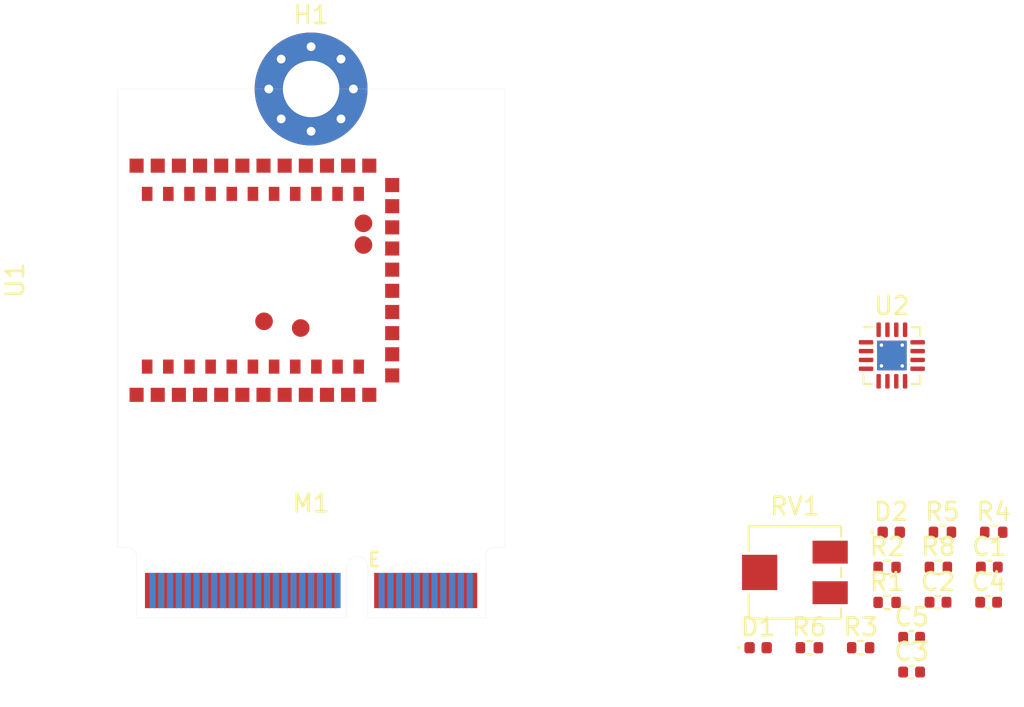
<source format=kicad_pcb>
(kicad_pcb (version 20211014) (generator pcbnew)
  (layers (0 "F.Cu" signal) (31 "B.Cu" signal) (34 "B.Paste" user) (35 "F.Paste" user) (36 "B.SilkS" user "B.Silkscreen") (37 "F.SilkS" user "F.Silkscreen") (38 "B.Mask" user) (39 "F.Mask" user) (44 "Edge.Cuts" user))
  (net 0 "")
  (net 1 "+5V")
  (net 2 "Net-(U1-Pad43)")
  (net 3 "vddh")
  (net 4 "GND")
  (net 5 "VBAT")
  (net 6 "Net-(D1-Pad1)")
  (net 7 "Net-(D1-Pad2)")
  (net 8 "Net-(D2-Pad1)")
  (net 9 "Net-(D2-Pad2)")
  (net 10 "reset")
  (net 11 "+3V3")
  (net 14 "USB-D+")
  (net 15 "USB-D-")
  (net 16 "swdio")
  (net 17 "swdclk")
  (net 64 "BATTERY_PIN")
  (net 65 "Net-(R5-Pad2)")
  (net 66 "TMR")
  (net 67 "ITERM")
  (net 68 "ISET")
  (footprint "Capacitor_SMD:C_0402_1005Metric" (layer "F.Cu") (at 46.565 29.115)
    (fp_text reference "C2" (at 0 -1.16) (layer "F.SilkS"))
    (fp_text value "4.7u")
    (fp_line (start -0.107836 -0.36) (end 0.107836 -0.36) (layer "F.SilkS") (width 0.12))
    (fp_line (start -0.107836 0.36) (end 0.107836 0.36) (layer "F.SilkS") (width 0.12))
    (pad "1" smd roundrect (at -0.48 0) (size 0.56 0.62) (layers "F.Cu" "F.Paste" "F.Mask") (net 2 "Net-(U1-Pad43)"))
    (pad "2" smd roundrect (at 0.48 0) (size 0.56 0.62) (layers "F.Cu" "F.Paste" "F.Mask") (net 3 "vddh"))
  )
  (footprint "Resistor_SMD:R_0402_1005Metric" (layer "F.Cu") (at 43.675 29.125)
    (fp_text reference "R1" (at 0 -1.17) (layer "F.SilkS"))
    (fp_text value "820K")
    (fp_line (start -0.153641 -0.38) (end 0.153641 -0.38) (layer "F.SilkS") (width 0.12))
    (fp_line (start -0.153641 0.38) (end 0.153641 0.38) (layer "F.SilkS") (width 0.12))
    (pad "1" smd roundrect (at -0.51 0) (size 0.54 0.64) (layers "F.Cu" "F.Paste" "F.Mask") (net 5 "VBAT"))
    (pad "2" smd roundrect (at 0.51 0) (size 0.54 0.64) (layers "F.Cu" "F.Paste" "F.Mask") (net 64 "BATTERY_PIN"))
  )
  (footprint "MountingHole:MountingHole_3.2mm_M3_Pad_Via" (layer "F.Cu") (at 11 0)
    (fp_text reference "H1" (at 0 -4.2) (layer "F.SilkS"))
    (fp_text value "MountingHole_Pad")
    (pad "1" thru_hole circle (at 0 -2.4) (size 0.8 0.8) (drill 0.5) (layers *.Cu *.Mask) (net 4 "GND"))
    (pad "1" thru_hole circle (at 0 0) (size 6.4 6.4) (drill 3.2) (layers *.Cu *.Mask) (net 4 "GND"))
    (pad "1" thru_hole circle (at 0 2.4) (size 0.8 0.8) (drill 0.5) (layers *.Cu *.Mask) (net 4 "GND"))
    (pad "1" thru_hole circle (at 1.697056 -1.697056) (size 0.8 0.8) (drill 0.5) (layers *.Cu *.Mask) (net 4 "GND"))
    (pad "1" thru_hole circle (at 2.4 0) (size 0.8 0.8) (drill 0.5) (layers *.Cu *.Mask) (net 4 "GND"))
    (pad "1" thru_hole circle (at -1.697056 1.697056) (size 0.8 0.8) (drill 0.5) (layers *.Cu *.Mask) (net 4 "GND"))
    (pad "1" thru_hole circle (at -1.697056 -1.697056) (size 0.8 0.8) (drill 0.5) (layers *.Cu *.Mask) (net 4 "GND"))
    (pad "1" thru_hole circle (at -2.4 0) (size 0.8 0.8) (drill 0.5) (layers *.Cu *.Mask) (net 4 "GND"))
    (pad "1" thru_hole circle (at 1.697056 1.697056) (size 0.8 0.8) (drill 0.5) (layers *.Cu *.Mask) (net 4 "GND"))
  )
  (footprint "m2ngff:m2-padKeyE" (layer "F.Cu") (at 11 30)
    (fp_text reference "M1" (at 0 -6.5) (layer "F.SilkS"))
    (fp_text value "M.2_Key_E")
    (fp_text user "E" (at 3.6 -3.3) (layer "F.SilkS") (effects (font (size 0.8 0.8))))
    (fp_line (start 3.225 0) (end 3.225 -2.9) (layer "Edge.Cuts") (width 0.01))
    (fp_line (start 2.025 0) (end 2.025 -2.9) (layer "Edge.Cuts") (width 0.01))
    (fp_line (start 11 -4) (end 10.4 -4) (layer "Edge.Cuts") (width 0.01))
    (fp_line (start -9.9 0) (end -9.9 -3.5) (layer "Edge.Cuts") (width 0.01))
    (fp_line (start -11 -4) (end -10.4 -4) (layer "Edge.Cuts") (width 0.01))
    (fp_line (start -9.9 0) (end 2.025 0) (layer "Edge.Cuts") (width 0.01))
    (fp_line (start 9.9 0) (end 9.9 -3.5) (layer "Edge.Cuts") (width 0.01))
    (fp_line (start 9.9 0) (end 3.225 0) (layer "Edge.Cuts") (width 0.01))
    (fp_arc (start -10.4 -4) (mid -10.046447 -3.853553) (end -9.9 -3.5) (layer "Edge.Cuts") (width 0.01))
    (fp_arc (start 2.025 -2.9) (mid 2.625 -3.5) (end 3.225 -2.9) (layer "Edge.Cuts") (width 0.01))
    (fp_arc (start 9.9 -3.5) (mid 10.046447 -3.853553) (end 10.4 -4) (layer "Edge.Cuts") (width 0.01))
    (pad "1" smd rect (at 9.25 -1.55) (size 0.35 2) (layers "F.Cu" "F.Mask") (net 10 "reset"))
    (pad "2" smd rect (at 9 -1.55) (size 0.35 2) (layers "B.Cu" "B.Mask") (net 10 "reset"))
    (pad "3" smd rect (at 8.75 -1.55) (size 0.35 2) (layers "F.Cu" "F.Mask") (net 4 "GND"))
    (pad "4" smd rect (at 8.5 -1.55) (size 0.35 2) (layers "B.Cu" "B.Mask") (net 11 "+3V3"))
    (pad "5" smd rect (at 8.25 -1.55) (size 0.35 2) (layers "F.Cu" "F.Mask") (net 1 "+5V"))
    (pad "6" smd rect (at 8 -1.55) (size 0.35 2) (layers "B.Cu" "B.Mask") (net 1 "+5V"))
    (pad "7" smd rect (at 7.75 -1.55) (size 0.35 2) (layers "F.Cu" "F.Mask") (net 4 "GND"))
    (pad "8" smd rect (at 7.5 -1.55) (size 0.35 2) (layers "B.Cu" "B.Mask") (net 4 "GND"))
    (pad "9" smd rect (at 7.25 -1.55) (size 0.35 2) (layers "F.Cu" "F.Mask") (net 11 "+3V3"))
    (pad "10" smd rect (at 7 -1.55) (size 0.35 2) (layers "B.Cu" "B.Mask") (net 11 "+3V3"))
    (pad "11" smd rect (at 6.75 -1.55) (size 0.35 2) (layers "F.Cu" "F.Mask"))
    (pad "12" smd rect (at 6.5 -1.55) (size 0.35 2) (layers "B.Cu" "B.Mask"))
    (pad "13" smd rect (at 6.25 -1.55) (size 0.35 2) (layers "F.Cu" "F.Mask") (net 14 "USB-D+"))
    (pad "14" smd rect (at 6 -1.55) (size 0.35 2) (layers "B.Cu" "B.Mask") (net 14 "USB-D+"))
    (pad "15" smd rect (at 5.75 -1.55) (size 0.35 2) (layers "F.Cu" "F.Mask") (net 15 "USB-D-"))
    (pad "16" smd rect (at 5.5 -1.55) (size 0.35 2) (layers "B.Cu" "B.Mask") (net 15 "USB-D-"))
    (pad "17" smd rect (at 5.25 -1.55) (size 0.35 2) (layers "F.Cu" "F.Mask") (net 16 "swdio"))
    (pad "18" smd rect (at 5 -1.55) (size 0.35 2) (layers "B.Cu" "B.Mask") (net 16 "swdio"))
    (pad "19" smd rect (at 4.75 -1.55) (size 0.35 2) (layers "F.Cu" "F.Mask") (net 17 "swdclk"))
    (pad "20" smd rect (at 4.5 -1.55) (size 0.35 2) (layers "B.Cu" "B.Mask") (net 17 "swdclk"))
    (pad "21" smd rect (at 4.25 -1.55) (size 0.35 2) (layers "F.Cu" "F.Mask"))
    (pad "22" smd rect (at 4 -1.55) (size 0.35 2) (layers "B.Cu" "B.Mask"))
    (pad "23" smd rect (at 3.75 -1.55) (size 0.35 2) (layers "F.Cu" "F.Mask") (net 5 "VBAT"))
    (pad "32" smd rect (at 1.5 -1.55) (size 0.35 2) (layers "B.Cu" "B.Mask"))
    (pad "33" smd rect (at 1.25 -1.55) (size 0.35 2) (layers "F.Cu" "F.Mask"))
    (pad "34" smd rect (at 1 -1.55) (size 0.35 2) (layers "B.Cu" "B.Mask"))
    (pad "35" smd rect (at 0.75 -1.55) (size 0.35 2) (layers "F.Cu" "F.Mask"))
    (pad "36" smd rect (at 0.5 -1.55) (size 0.35 2) (layers "B.Cu" "B.Mask"))
    (pad "37" smd rect (at 0.25 -1.55) (size 0.35 2) (layers "F.Cu" "F.Mask"))
    (pad "38" smd rect (at 0 -1.55) (size 0.35 2) (layers "B.Cu" "B.Mask"))
    (pad "39" smd rect (at -0.25 -1.55) (size 0.35 2) (layers "F.Cu" "F.Mask"))
    (pad "40" smd rect (at -0.5 -1.55) (size 0.35 2) (layers "B.Cu" "B.Mask"))
    (pad "41" smd rect (at -0.75 -1.55) (size 0.35 2) (layers "F.Cu" "F.Mask"))
    (pad "42" smd rect (at -1 -1.55) (size 0.35 2) (layers "B.Cu" "B.Mask"))
    (pad "43" smd rect (at -1.25 -1.55) (size 0.35 2) (layers "F.Cu" "F.Mask"))
    (pad "44" smd rect (at -1.5 -1.55) (size 0.35 2) (layers "B.Cu" "B.Mask"))
    (pad "45" smd rect (at -1.75 -1.55) (size 0.35 2) (layers "F.Cu" "F.Mask"))
    (pad "46" smd rect (at -2 -1.55) (size 0.35 2) (layers "B.Cu" "B.Mask"))
    (pad "47" smd rect (at -2.25 -1.55) (size 0.35 2) (layers "F.Cu" "F.Mask"))
    (pad "48" smd rect (at -2.5 -1.55) (size 0.35 2) (layers "B.Cu" "B.Mask"))
    (pad "49" smd rect (at -2.75 -1.55) (size 0.35 2) (layers "F.Cu" "F.Mask"))
    (pad "50" smd rect (at -3 -1.55) (size 0.35 2) (layers "B.Cu" "B.Mask"))
    (pad "51" smd rect (at -3.25 -1.55) (size 0.35 2) (layers "F.Cu" "F.Mask"))
    (pad "52" smd rect (at -3.5 -1.55) (size 0.35 2) (layers "B.Cu" "B.Mask"))
    (pad "53" smd rect (at -3.75 -1.55) (size 0.35 2) (layers "F.Cu" "F.Mask"))
    (pad "54" smd rect (at -4 -1.55) (size 0.35 2) (layers "B.Cu" "B.Mask"))
    (pad "55" smd rect (at -4.25 -1.55) (size 0.35 2) (layers "F.Cu" "F.Mask"))
    (pad "56" smd rect (at -4.5 -1.55) (size 0.35 2) (layers "B.Cu" "B.Mask"))
    (pad "57" smd rect (at -4.75 -1.55) (size 0.35 2) (layers "F.Cu" "F.Mask"))
    (pad "58" smd rect (at -5 -1.55) (size 0.35 2) (layers "B.Cu" "B.Mask"))
    (pad "59" smd rect (at -5.25 -1.55) (size 0.35 2) (layers "F.Cu" "F.Mask"))
    (pad "60" smd rect (at -5.5 -1.55) (size 0.35 2) (layers "B.Cu" "B.Mask"))
    (pad "61" smd rect (at -5.75 -1.55) (size 0.35 2) (layers "F.Cu" "F.Mask"))
    (pad "62" smd rect (at -6 -1.55) (size 0.35 2) (layers "B.Cu" "B.Mask"))
    (pad "63" smd rect (at -6.25 -1.55) (size 0.35 2) (layers "F.Cu" "F.Mask"))
    (pad "64" smd rect (at -6.5 -1.55) (size 0.35 2) (layers "B.Cu" "B.Mask"))
    (pad "65" smd rect (at -6.75 -1.55) (size 0.35 2) (layers "F.Cu" "F.Mask"))
    (pad "66" smd rect (at -7 -1.55) (size 0.35 2) (layers "B.Cu" "B.Mask"))
    (pad "67" smd rect (at -7.25 -1.55) (size 0.35 2) (layers "F.Cu" "F.Mask"))
    (pad "68" smd rect (at -7.5 -1.55) (size 0.35 2) (layers "B.Cu" "B.Mask"))
    (pad "69" smd rect (at -7.75 -1.55) (size 0.35 2) (layers "F.Cu" "F.Mask"))
    (pad "70" smd rect (at -8 -1.55) (size 0.35 2) (layers "B.Cu" "B.Mask"))
    (pad "71" smd rect (at -8.25 -1.55) (size 0.35 2) (layers "F.Cu" "F.Mask"))
    (pad "72" smd rect (at -8.5 -1.55) (size 0.35 2) (layers "B.Cu" "B.Mask"))
    (pad "73" smd rect (at -8.75 -1.55) (size 0.35 2) (layers "F.Cu" "F.Mask"))
    (pad "74" smd rect (at -9 -1.55) (size 0.35 2) (layers "B.Cu" "B.Mask"))
    (pad "75" smd rect (at -9.25 -1.55) (size 0.35 2) (layers "F.Cu" "F.Mask"))
  )
  (footprint "Resistor_SMD:R_0402_1005Metric" (layer "F.Cu") (at 39.265 31.695)
    (fp_text reference "R6" (at 0 -1.17) (layer "F.SilkS"))
    (fp_text value "R_TMR")
    (fp_line (start -0.153641 -0.38) (end 0.153641 -0.38) (layer "F.SilkS") (width 0.12))
    (fp_line (start -0.153641 0.38) (end 0.153641 0.38) (layer "F.SilkS") (width 0.12))
    (pad "1" smd roundrect (at -0.51 0) (size 0.54 0.64) (layers "F.Cu" "F.Paste" "F.Mask") (net 66 "TMR"))
    (pad "2" smd roundrect (at 0.51 0) (size 0.54 0.64) (layers "F.Cu" "F.Paste" "F.Mask") (net 4 "GND"))
  )
  (footprint "Capacitor_SMD:C_0402_1005Metric" (layer "F.Cu") (at 49.475 27.125)
    (fp_text reference "C1" (at 0 -1.16) (layer "F.SilkS"))
    (fp_text value "4.7u")
    (fp_line (start -0.107836 -0.36) (end 0.107836 -0.36) (layer "F.SilkS") (width 0.12))
    (fp_line (start -0.107836 0.36) (end 0.107836 0.36) (layer "F.SilkS") (width 0.12))
    (pad "1" smd roundrect (at -0.48 0) (size 0.56 0.62) (layers "F.Cu" "F.Paste" "F.Mask") (net 1 "+5V"))
    (pad "2" smd roundrect (at 0.48 0) (size 0.56 0.62) (layers "F.Cu" "F.Paste" "F.Mask") (net 2 "Net-(U1-Pad43)"))
  )
  (footprint "Package_DFN_QFN:VQFN-16-1EP_3x3mm_P0.5mm_EP1.68x1.68mm_ThermalVias" (layer "F.Cu") (at 43.945 15.12)
    (fp_text reference "U2" (at 0 -2.82) (layer "F.SilkS"))
    (fp_text value "BQ24232HARGTT")
    (fp_line (start 1.135 1.61) (end 1.61 1.61) (layer "F.SilkS") (width 0.12))
    (fp_line (start 1.61 -1.61) (end 1.61 -1.135) (layer "F.SilkS") (width 0.12))
    (fp_line (start -1.135 1.61) (end -1.61 1.61) (layer "F.SilkS") (width 0.12))
    (fp_line (start -1.135 -1.61) (end -1.61 -1.61) (layer "F.SilkS") (width 0.12))
    (fp_line (start -1.61 1.61) (end -1.61 1.135) (layer "F.SilkS") (width 0.12))
    (fp_line (start 1.135 -1.61) (end 1.61 -1.61) (layer "F.SilkS") (width 0.12))
    (fp_line (start 1.61 1.61) (end 1.61 1.135) (layer "F.SilkS") (width 0.12))
    (pad "1" smd roundrect (at -1.4625 -0.75) (size 0.825 0.25) (layers "F.Cu" "F.Paste" "F.Mask") (net 65 "Net-(R5-Pad2)"))
    (pad "2" smd roundrect (at -1.4625 -0.25) (size 0.825 0.25) (layers "F.Cu" "F.Paste" "F.Mask") (net 5 "VBAT"))
    (pad "3" smd roundrect (at -1.4625 0.25) (size 0.825 0.25) (layers "F.Cu" "F.Paste" "F.Mask") (net 5 "VBAT"))
    (pad "4" smd roundrect (at -1.4625 0.75) (size 0.825 0.25) (layers "F.Cu" "F.Paste" "F.Mask") (net 4 "GND"))
    (pad "5" smd roundrect (at -0.75 1.4625) (size 0.25 0.825) (layers "F.Cu" "F.Paste" "F.Mask") (net 4 "GND"))
    (pad "6" smd roundrect (at -0.25 1.4625) (size 0.25 0.825) (layers "F.Cu" "F.Paste" "F.Mask") (net 3 "vddh"))
    (pad "7" smd roundrect (at 0.25 1.4625) (size 0.25 0.825) (layers "F.Cu" "F.Paste" "F.Mask") (net 8 "Net-(D2-Pad1)"))
    (pad "8" smd roundrect (at 0.75 1.4625) (size 0.25 0.825) (layers "F.Cu" "F.Paste" "F.Mask") (net 4 "GND"))
    (pad "9" smd roundrect (at 1.4625 0.75) (size 0.825 0.25) (layers "F.Cu" "F.Paste" "F.Mask") (net 6 "Net-(D1-Pad1)"))
    (pad "10" smd roundrect (at 1.4625 0.25) (size 0.825 0.25) (layers "F.Cu" "F.Paste" "F.Mask") (net 3 "vddh"))
    (pad "11" smd roundrect (at 1.4625 -0.25) (size 0.825 0.25) (layers "F.Cu" "F.Paste" "F.Mask") (net 3 "vddh"))
    (pad "12" smd roundrect (at 1.4625 -0.75) (size 0.825 0.25) (layers "F.Cu" "F.Paste" "F.Mask"))
    (pad "13" smd roundrect (at 0.75 -1.4625) (size 0.25 0.825) (layers "F.Cu" "F.Paste" "F.Mask") (net 1 "+5V"))
    (pad "14" smd roundrect (at 0.25 -1.4625) (size 0.25 0.825) (layers "F.Cu" "F.Paste" "F.Mask") (net 66 "TMR"))
    (pad "15" smd roundrect (at -0.25 -1.4625) (size 0.25 0.825) (layers "F.Cu" "F.Paste" "F.Mask") (net 67 "ITERM"))
    (pad "16" smd roundrect (at -0.75 -1.4625) (size 0.25 0.825) (layers "F.Cu" "F.Paste" "F.Mask") (net 68 "ISET"))
    (pad "17" smd rect (at 0 0) (size 1.68 1.68) (layers "B.Cu"))
    (pad "17" thru_hole circle (at -0.59 0.59) (size 0.5 0.5) (drill 0.2) (layers *.Cu))
    (pad "17" thru_hole circle (at -0.59 -0.59) (size 0.5 0.5) (drill 0.2) (layers *.Cu))
    (pad "17" smd rect (at 0 0) (size 1.68 1.68) (layers "F.Cu" "F.Mask"))
    (pad "17" thru_hole circle (at 0.59 0.59) (size 0.5 0.5) (drill 0.2) (layers *.Cu))
    (pad "17" thru_hole circle (at 0.59 -0.59) (size 0.5 0.5) (drill 0.2) (layers *.Cu))
  )
  (footprint "Resistor_SMD:R_0402_1005Metric" (layer "F.Cu") (at 42.175 31.695)
    (fp_text reference "R3" (at 0 -1.17) (layer "F.SilkS"))
    (fp_text value "1.5k")
    (fp_line (start -0.153641 -0.38) (end 0.153641 -0.38) (layer "F.SilkS") (width 0.12))
    (fp_line (start -0.153641 0.38) (end 0.153641 0.38) (layer "F.SilkS") (width 0.12))
    (pad "1" smd roundrect (at -0.51 0) (size 0.54 0.64) (layers "F.Cu" "F.Paste" "F.Mask") (net 3 "vddh"))
    (pad "2" smd roundrect (at 0.51 0) (size 0.54 0.64) (layers "F.Cu" "F.Paste" "F.Mask") (net 7 "Net-(D1-Pad2)"))
  )
  (footprint "Capacitor_SMD:C_0402_1005Metric" (layer "F.Cu") (at 49.435 29.115)
    (fp_text reference "C4" (at 0 -1.16) (layer "F.SilkS"))
    (fp_text value "1u")
    (fp_line (start -0.107836 0.36) (end 0.107836 0.36) (layer "F.SilkS") (width 0.12))
    (fp_line (start -0.107836 -0.36) (end 0.107836 -0.36) (layer "F.SilkS") (width 0.12))
    (pad "1" smd roundrect (at -0.48 0) (size 0.56 0.62) (layers "F.Cu" "F.Paste" "F.Mask") (net 1 "+5V"))
    (pad "2" smd roundrect (at 0.48 0) (size 0.56 0.62) (layers "F.Cu" "F.Paste" "F.Mask") (net 4 "GND"))
  )
  (footprint "Resistor_SMD:R_0402_1005Metric" (layer "F.Cu") (at 43.675 27.135)
    (fp_text reference "R2" (at 0 -1.17) (layer "F.SilkS"))
    (fp_text value "2M")
    (fp_line (start -0.153641 -0.38) (end 0.153641 -0.38) (layer "F.SilkS") (width 0.12))
    (fp_line (start -0.153641 0.38) (end 0.153641 0.38) (layer "F.SilkS") (width 0.12))
    (pad "1" smd roundrect (at -0.51 0) (size 0.54 0.64) (layers "F.Cu" "F.Paste" "F.Mask") (net 64 "BATTERY_PIN"))
    (pad "2" smd roundrect (at 0.51 0) (size 0.54 0.64) (layers "F.Cu" "F.Paste" "F.Mask") (net 4 "GND"))
  )
  (footprint "LED_SMD:LED_0402_1005Metric" (layer "F.Cu") (at 36.36 31.695)
    (fp_text reference "D1" (at 0 -1.17) (layer "F.SilkS"))
    (fp_text value "LED")
    (fp_circle (center -1.09 0) (end -1.04 0) (layer "F.SilkS") (width 0.1) (fill none))
    (pad "1" smd roundrect (at -0.485 0) (size 0.59 0.64) (layers "F.Cu" "F.Paste" "F.Mask") (net 6 "Net-(D1-Pad1)"))
    (pad "2" smd roundrect (at 0.485 0) (size 0.59 0.64) (layers "F.Cu" "F.Paste" "F.Mask") (net 7 "Net-(D1-Pad2)"))
  )
  (footprint "Capacitor_SMD:C_0402_1005Metric" (layer "F.Cu") (at 45.065 31.105)
    (fp_text reference "C5" (at 0 -1.16) (layer "F.SilkS"))
    (fp_text value "4.7u")
    (fp_line (start -0.107836 -0.36) (end 0.107836 -0.36) (layer "F.SilkS") (width 0.12))
    (fp_line (start -0.107836 0.36) (end 0.107836 0.36) (layer "F.SilkS") (width 0.12))
    (pad "1" smd roundrect (at -0.48 0) (size 0.56 0.62) (layers "F.Cu" "F.Paste" "F.Mask") (net 5 "VBAT"))
    (pad "2" smd roundrect (at 0.48 0) (size 0.56 0.62) (layers "F.Cu" "F.Paste" "F.Mask") (net 4 "GND"))
  )
  (footprint "Potentiometer_SMD:Potentiometer_Vishay_TS53YJ_Vertical" (layer "F.Cu") (at 38.445 27.425)
    (fp_text reference "RV1" (at 0 -3.75) (layer "F.SilkS"))
    (fp_text value "R_Potentiometer_Trim")
    (fp_line (start -2.62 -2.62) (end -2.62 -1.24) (layer "F.SilkS") (width 0.12))
    (fp_line (start -2.62 -2.62) (end 2.62 -2.62) (layer "F.SilkS") (width 0.12))
    (fp_line (start -2.62 2.62) (end 2.62 2.62) (layer "F.SilkS") (width 0.12))
    (fp_line (start 2.62 -0.26) (end 2.62 0.26) (layer "F.SilkS") (width 0.12))
    (fp_line (start 2.62 -2.62) (end 2.62 -2.039) (layer "F.SilkS") (width 0.12))
    (fp_line (start 2.62 2.04) (end 2.62 2.62) (layer "F.SilkS") (width 0.12))
    (fp_line (start -2.62 1.24) (end -2.62 2.62) (layer "F.SilkS") (width 0.12))
    (pad "1" smd rect (at 2 -1.15) (size 2 1.3) (layers "F.Cu" "F.Paste" "F.Mask"))
    (pad "2" smd rect (at -2 0) (size 2 2) (layers "F.Cu" "F.Paste" "F.Mask") (net 4 "GND"))
    (pad "3" smd rect (at 2 1.15) (size 2 1.3) (layers "F.Cu" "F.Paste" "F.Mask") (net 68 "ISET"))
  )
  (footprint "moko:MK08" (layer "F.Cu") (at 5.5 10.85 90)
    (fp_text reference "U1" (at 0 -11.3 90 unlocked) (layer "F.SilkS"))
    (fp_text value "MK08")
    (pad "1" smd rect (at -6.5 -4.4 90) (size 0.8 0.8) (layers "F.Cu" "F.Paste" "F.Mask"))
    (pad "2" smd rect (at -6.5 -3.2 90) (size 0.8 0.8) (layers "F.Cu" "F.Paste" "F.Mask"))
    (pad "3" smd rect (at -6.5 -2 90) (size 0.8 0.8) (layers "F.Cu" "F.Paste" "F.Mask"))
    (pad "4" smd rect (at -6.5 -0.8 90) (size 0.8 0.8) (layers "F.Cu" "F.Paste" "F.Mask"))
    (pad "5" smd rect (at -6.5 0.4 90) (size 0.8 0.8) (layers "F.Cu" "F.Paste" "F.Mask"))
    (pad "6" smd rect (at -6.5 1.6 90) (size 0.8 0.8) (layers "F.Cu" "F.Paste" "F.Mask"))
    (pad "7" smd rect (at -6.5 2.8 90) (size 0.8 0.8) (layers "F.Cu" "F.Paste" "F.Mask"))
    (pad "8" smd rect (at -6.5 4 90) (size 0.8 0.8) (layers "F.Cu" "F.Paste" "F.Mask"))
    (pad "9" smd circle (at -2.71 4.91 90) (size 1 1) (layers "F.Cu" "F.Paste" "F.Mask"))
    (pad "9" smd rect (at -6.5 5.2 90) (size 0.8 0.8) (layers "F.Cu" "F.Paste" "F.Mask"))
    (pad "10" smd rect (at -6.5 6.4 90) (size 0.8 0.8) (layers "F.Cu" "F.Paste" "F.Mask") (net 2 "Net-(U1-Pad43)"))
    (pad "11" smd rect (at -6.5 7.6 90) (size 0.8 0.8) (layers "F.Cu" "F.Paste" "F.Mask"))
    (pad "12" smd rect (at -6.5 8.8 90) (size 0.8 0.8) (layers "F.Cu" "F.Paste" "F.Mask"))
    (pad "13" smd rect (at -5.4 10.1 90) (size 0.8 0.8) (layers "F.Cu" "F.Paste" "F.Mask") (net 64 "BATTERY_PIN"))
    (pad "14" smd rect (at -4.2 10.1 90) (size 0.8 0.8) (layers "F.Cu" "F.Paste" "F.Mask"))
    (pad "15" smd rect (at -3 10.1 90) (size 0.8 0.8) (layers "F.Cu" "F.Paste" "F.Mask"))
    (pad "16" smd rect (at -1.8 10.1 90) (size 0.8 0.8) (layers "F.Cu" "F.Paste" "F.Mask"))
    (pad "17" smd rect (at -0.6 10.1 90) (size 0.8 0.8) (layers "F.Cu" "F.Paste" "F.Mask"))
    (pad "18" smd rect (at 0.6 10.1 90) (size 0.8 0.8) (layers "F.Cu" "F.Paste" "F.Mask"))
    (pad "19" smd rect (at 1.8 10.1 90) (size 0.8 0.8) (layers "F.Cu" "F.Paste" "F.Mask") (net 17 "swdclk"))
    (pad "19" smd circle (at 2 8.47 90) (size 1 1) (layers "F.Cu" "F.Paste" "F.Mask") (net 17 "swdclk"))
    (pad "20" smd circle (at 3.23 8.47 90) (size 1 1) (layers "F.Cu" "F.Paste" "F.Mask") (net 16 "swdio"))
    (pad "20" smd rect (at 3 10.1 90) (size 0.8 0.8) (layers "F.Cu" "F.Paste" "F.Mask") (net 16 "swdio"))
    (pad "21" smd rect (at 4.2 10.1 90) (size 0.8 0.8) (layers "F.Cu" "F.Paste" "F.Mask"))
    (pad "22" smd rect (at 5.4 10.1 90) (size 0.8 0.8) (layers "F.Cu" "F.Paste" "F.Mask"))
    (pad "23" smd rect (at 6.5 8.8 90) (size 0.8 0.8) (layers "F.Cu" "F.Paste" "F.Mask"))
    (pad "24" smd rect (at 6.5 7.6 90) (size 0.8 0.8) (layers "F.Cu" "F.Paste" "F.Mask"))
    (pad "25" smd rect (at 6.5 6.4 90) (size 0.8 0.8) (layers "F.Cu" "F.Paste" "F.Mask"))
    (pad "26" smd rect (at 6.5 5.2 90) (size 0.8 0.8) (layers "F.Cu" "F.Paste" "F.Mask"))
    (pad "27" smd rect (at 6.5 4 90) (size 0.8 0.8) (layers "F.Cu" "F.Paste" "F.Mask") (net 10 "reset"))
    (pad "28" smd rect (at 6.5 2.8 90) (size 0.8 0.8) (layers "F.Cu" "F.Paste" "F.Mask"))
    (pad "29" smd rect (at 6.5 1.6 90) (size 0.8 0.8) (layers "F.Cu" "F.Paste" "F.Mask"))
    (pad "30" smd rect (at 6.5 0.4 90) (size 0.8 0.8) (layers "F.Cu" "F.Paste" "F.Mask"))
    (pad "31" smd rect (at 6.5 -0.8 90) (size 0.8 0.8) (layers "F.Cu" "F.Paste" "F.Mask"))
    (pad "32" smd rect (at 6.5 -2 90) (size 0.8 0.8) (layers "F.Cu" "F.Paste" "F.Mask"))
    (pad "33" smd rect (at 6.5 -3.2 90) (size 0.8 0.8) (layers "F.Cu" "F.Paste" "F.Mask"))
    (pad "34" smd rect (at 6.5 -4.4 90) (size 0.8 0.8) (layers "F.Cu" "F.Paste" "F.Mask"))
    (pad "35" smd rect (at -4.9 -3.8 180) (size 0.6 0.8) (layers "F.Cu" "F.Paste" "F.Mask"))
    (pad "36" smd rect (at -4.9 -2.6 180) (size 0.6 0.8) (layers "F.Cu" "F.Paste" "F.Mask"))
    (pad "37" smd rect (at -4.9 -1.4 180) (size 0.6 0.8) (layers "F.Cu" "F.Paste" "F.Mask"))
    (pad "38" smd rect (at -4.9 -0.2 180) (size 0.6 0.8) (layers "F.Cu" "F.Paste" "F.Mask"))
    (pad "39" smd rect (at -4.9 1 180) (size 0.6 0.8) (layers "F.Cu" "F.Paste" "F.Mask") (net 2 "Net-(U1-Pad43)"))
    (pad "40" smd rect (at -4.9 2.2 180) (size 0.6 0.8) (layers "F.Cu" "F.Paste" "F.Mask"))
    (pad "41" smd rect (at -4.9 3.4 180) (size 0.6 0.8) (layers "F.Cu" "F.Paste" "F.Mask"))
    (pad "42" smd rect (at -4.9 4.6 180) (size 0.6 0.8) (layers "F.Cu" "F.Paste" "F.Mask") (net 3 "vddh"))
    (pad "43" smd rect (at -4.9 5.8 180) (size 0.6 0.8) (layers "F.Cu" "F.Paste" "F.Mask") (net 2 "Net-(U1-Pad43)"))
    (pad "44" smd rect (at -4.9 7 180) (size 0.6 0.8) (layers "F.Cu" "F.Paste" "F.Mask"))
    (pad "45" smd rect (at -4.9 8.2 180) (size 0.6 0.8) (layers "F.Cu" "F.Paste" "F.Mask"))
    (pad "46" smd rect (at 4.9 8.2 180) (size 0.6 0.8) (layers "F.Cu" "F.Paste" "F.Mask") (net 1 "+5V"))
    (pad "47" smd rect (at 4.9 7 180) (size 0.6 0.8) (layers "F.Cu" "F.Paste" "F.Mask") (net 15 "USB-D-"))
    (pad "48" smd rect (at 4.9 5.8 180) (size 0.6 0.8) (layers "F.Cu" "F.Paste" "F.Mask") (net 14 "USB-D+"))
    (pad "49" smd rect (at 4.9 4.6 180) (size 0.6 0.8) (layers "F.Cu" "F.Paste" "F.Mask"))
    (pad "50" smd rect (at 4.9 3.4 180) (size 0.6 0.8) (layers "F.Cu" "F.Paste" "F.Mask"))
    (pad "51" smd rect (at 4.9 2.2 180) (size 0.6 0.8) (layers "F.Cu" "F.Paste" "F.Mask"))
    (pad "52" smd rect (at 4.9 1 180) (size 0.6 0.8) (layers "F.Cu" "F.Paste" "F.Mask"))
    (pad "53" smd rect (at 4.9 -0.2 180) (size 0.6 0.8) (layers "F.Cu" "F.Paste" "F.Mask"))
    (pad "54" smd rect (at 4.9 -1.4 180) (size 0.6 0.8) (layers "F.Cu" "F.Paste" "F.Mask"))
    (pad "55" smd rect (at 4.9 -2.6 180) (size 0.6 0.8) (layers "F.Cu" "F.Paste" "F.Mask"))
    (pad "56" smd rect (at 4.9 -3.8 180) (size 0.6 0.8) (layers "F.Cu" "F.Paste" "F.Mask"))
    (pad "57" smd circle (at -2.33 2.83 90) (size 1 1) (layers "F.Cu" "F.Paste" "F.Mask") (net 2 "Net-(U1-Pad43)"))
  )
  (footprint "Resistor_SMD:R_0402_1005Metric" (layer "F.Cu") (at 46.585 27.135)
    (fp_text reference "R8" (at 0 -1.17) (layer "F.SilkS"))
    (fp_text value "R_ITERM")
    (fp_line (start -0.153641 -0.38) (end 0.153641 -0.38) (layer "F.SilkS") (width 0.12))
    (fp_line (start -0.153641 0.38) (end 0.153641 0.38) (layer "F.SilkS") (width 0.12))
    (pad "1" smd roundrect (at -0.51 0) (size 0.54 0.64) (layers "F.Cu" "F.Paste" "F.Mask") (net 67 "ITERM"))
    (pad "2" smd roundrect (at 0.51 0) (size 0.54 0.64) (layers "F.Cu" "F.Paste" "F.Mask") (net 4 "GND"))
  )
  (footprint "Resistor_SMD:R_0402_1005Metric" (layer "F.Cu") (at 46.815 25.145)
    (fp_text reference "R5" (at 0 -1.17) (layer "F.SilkS"))
    (fp_text value "10k")
    (fp_line (start -0.153641 0.38) (end 0.153641 0.38) (layer "F.SilkS") (width 0.12))
    (fp_line (start -0.153641 -0.38) (end 0.153641 -0.38) (layer "F.SilkS") (width 0.12))
    (pad "1" smd roundrect (at -0.51 0) (size 0.54 0.64) (layers "F.Cu" "F.Paste" "F.Mask") (net 4 "GND"))
    (pad "2" smd roundrect (at 0.51 0) (size 0.54 0.64) (layers "F.Cu" "F.Paste" "F.Mask") (net 65 "Net-(R5-Pad2)"))
  )
  (footprint "Capacitor_SMD:C_0402_1005Metric" (layer "F.Cu") (at 45.065 33.075)
    (fp_text reference "C3" (at 0 -1.16) (layer "F.SilkS"))
    (fp_text value "1u")
    (fp_line (start -0.107836 -0.36) (end 0.107836 -0.36) (layer "F.SilkS") (width 0.12))
    (fp_line (start -0.107836 0.36) (end 0.107836 0.36) (layer "F.SilkS") (width 0.12))
    (pad "1" smd roundrect (at -0.48 0) (size 0.56 0.62) (layers "F.Cu" "F.Paste" "F.Mask") (net 3 "vddh"))
    (pad "2" smd roundrect (at 0.48 0) (size 0.56 0.62) (layers "F.Cu" "F.Paste" "F.Mask") (net 4 "GND"))
  )
  (footprint "LED_SMD:LED_0402_1005Metric" (layer "F.Cu") (at 43.91 25.145)
    (fp_text reference "D2" (at 0 -1.17) (layer "F.SilkS"))
    (fp_text value "LED")
    (fp_circle (center -1.09 0) (end -1.04 0) (layer "F.SilkS") (width 0.1) (fill none))
    (pad "1" smd roundrect (at -0.485 0) (size 0.59 0.64) (layers "F.Cu" "F.Paste" "F.Mask") (net 8 "Net-(D2-Pad1)"))
    (pad "2" smd roundrect (at 0.485 0) (size 0.59 0.64) (layers "F.Cu" "F.Paste" "F.Mask") (net 9 "Net-(D2-Pad2)"))
  )
  (footprint "Resistor_SMD:R_0402_1005Metric" (layer "F.Cu") (at 49.725 25.145)
    (fp_text reference "R4" (at 0 -1.17) (layer "F.SilkS"))
    (fp_text value "1.5k")
    (fp_line (start -0.153641 0.38) (end 0.153641 0.38) (layer "F.SilkS") (width 0.12))
    (fp_line (start -0.153641 -0.38) (end 0.153641 -0.38) (layer "F.SilkS") (width 0.12))
    (pad "1" smd roundrect (at -0.51 0) (size 0.54 0.64) (layers "F.Cu" "F.Paste" "F.Mask") (net 3 "vddh"))
    (pad "2" smd roundrect (at 0.51 0) (size 0.54 0.64) (layers "F.Cu" "F.Paste" "F.Mask") (net 9 "Net-(D2-Pad2)"))
  )
  (gr_line (start 22 26) (end 22 0) (layer "Edge.Cuts") (width 0.01))
  (gr_line (start 0 26) (end 0 0) (layer "Edge.Cuts") (width 0.01))
  (gr_line (start 22 0) (end 0 0) (layer "Edge.Cuts") (width 0.01))
)
</source>
